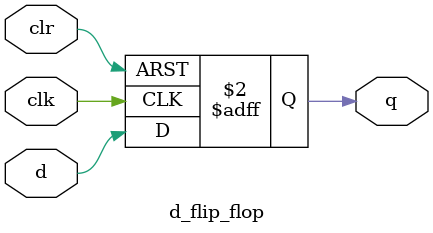
<source format=v>
module top(
    input clk,
    input rst,
    input CPSR_6,
    input CPSR_7,
    input EX_irq,
    input EX_fiq,
    
    output INT_irq,
    output INT_fiq,
    output INTA_irq,
    output INTA_fiq,
    output [1:0]PC_s,
    output [31:0]PC
    );
    
    wire [31:0] PC_in;
    
    
    request request(
        .rst(rst),
        .CPSR_6(CPSR_6),
        .CPSR_7(CPSR_7),
        .INTA_irq(INTA_irq),
        .INTA_fiq(INTA_fiq),
        .EX_irq(EX_irq),
        .EX_fiq(EX_fiq),
        .INT_irq(INT_irq),
        .INT_fiq(INT_fiq)
    );
    
    decode decode_mod(
        .clk(clk),
        .INT_irq(INT_irq),
        .INT_fiq(INT_fiq),
        .INTA_irq(INTA_irq),
        .INTA_fiq(INTA_fiq),
        .PC_s(PC_s)
    );
    
endmodule


module request(
    input rst,
    input CPSR_6,
    input CPSR_7,
    input INTA_irq,
    input INTA_fiq,
    input EX_irq,
    input EX_fiq,
    
    output INT_irq,
    output INT_fiq,
    output Q_irq,
    output Q_fiq
    );
    wire INT_irq_tmp;
    //wire Q;
    d_flip_flop D_fiq1(
        .d(1'b1),
        .clk(~CPSR_6),
        .clr(INTA_fiq + rst),
        .q(Q_fiq)
    );
    d_flip_flop D_fiq2(
        .d(Q_fiq),
        .clk(EX_fiq),
        .clr(INTA_fiq + rst),
        .q(INT_fiq)
    );
    
    d_flip_flop D_irq1(
        .d(1'b1),
        .clk(~CPSR_7),
        .clr(INTA_irq + rst),
        .q(Q_irq)
    );
    
    d_flip_flop D_irq2(
        .d(Q_irq),
        .clk(EX_irq),
        .clr(INTA_irq + rst),
        .q(INT_irq_tmp)
    );
    
    assign INT_irq = ~INT_fiq * INT_irq_tmp;
endmodule

module decode(
    input clk,
    input INT_irq,
    input INT_fiq,
    
    output reg INTA_irq,
    output reg INTA_fiq,
    output reg [1:0]PC_s
    );
    always@(posedge clk) begin
        if(INT_irq) begin
            INTA_irq <= 1;
            PC_s <= 2'b11;
        end
        else if(INT_fiq) begin
            INTA_fiq <= 1;
            PC_s <= 2'b11;
        end
        else begin
            INTA_irq <= 0;
            INTA_fiq <= 0;
            PC_s <= 2'b00;
        end
    end
endmodule

module d_flip_flop(
    input d,
    input clk,
    input clr,
    output reg q
    );
        
    always@ (posedge clk or posedge clr) begin
        if(clr) begin
            q <= 0; 
        end
        else begin
            q <= d;
        end
    end
    
endmodule
</source>
